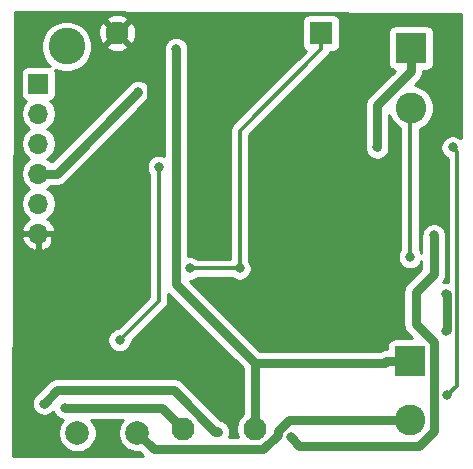
<source format=gtl>
G04 #@! TF.GenerationSoftware,KiCad,Pcbnew,5.1.7-a382d34a8~88~ubuntu18.04.1*
G04 #@! TF.CreationDate,2021-11-20T10:26:25+05:30*
G04 #@! TF.ProjectId,BackEnd_switch_Normal_v1,4261636b-456e-4645-9f73-77697463685f,rev?*
G04 #@! TF.SameCoordinates,Original*
G04 #@! TF.FileFunction,Copper,L1,Top*
G04 #@! TF.FilePolarity,Positive*
%FSLAX46Y46*%
G04 Gerber Fmt 4.6, Leading zero omitted, Abs format (unit mm)*
G04 Created by KiCad (PCBNEW 5.1.7-a382d34a8~88~ubuntu18.04.1) date 2021-11-20 10:26:25*
%MOMM*%
%LPD*%
G01*
G04 APERTURE LIST*
G04 #@! TA.AperFunction,ComponentPad*
%ADD10C,3.100000*%
G04 #@! TD*
G04 #@! TA.AperFunction,ComponentPad*
%ADD11O,1.700000X1.700000*%
G04 #@! TD*
G04 #@! TA.AperFunction,ComponentPad*
%ADD12R,1.700000X1.700000*%
G04 #@! TD*
G04 #@! TA.AperFunction,ComponentPad*
%ADD13R,1.950000X1.950000*%
G04 #@! TD*
G04 #@! TA.AperFunction,ComponentPad*
%ADD14C,1.950000*%
G04 #@! TD*
G04 #@! TA.AperFunction,ComponentPad*
%ADD15R,2.600000X2.600000*%
G04 #@! TD*
G04 #@! TA.AperFunction,ComponentPad*
%ADD16C,2.600000*%
G04 #@! TD*
G04 #@! TA.AperFunction,ComponentPad*
%ADD17C,2.000000*%
G04 #@! TD*
G04 #@! TA.AperFunction,ViaPad*
%ADD18C,0.800000*%
G04 #@! TD*
G04 #@! TA.AperFunction,Conductor*
%ADD19C,0.350000*%
G04 #@! TD*
G04 #@! TA.AperFunction,Conductor*
%ADD20C,0.800000*%
G04 #@! TD*
G04 #@! TA.AperFunction,Conductor*
%ADD21C,0.254000*%
G04 #@! TD*
G04 #@! TA.AperFunction,Conductor*
%ADD22C,0.100000*%
G04 #@! TD*
G04 APERTURE END LIST*
D10*
X117409000Y-100808000D03*
D11*
X115024000Y-116642000D03*
X115024000Y-114102000D03*
X115024000Y-111562000D03*
X115024000Y-109022000D03*
X115024000Y-106482000D03*
D12*
X115024000Y-103942000D03*
D13*
X138971000Y-99667000D03*
D14*
X127287000Y-133195000D03*
X121699000Y-99667000D03*
X133383000Y-133195000D03*
D15*
X146583000Y-100922000D03*
D16*
X146583000Y-106002000D03*
D15*
X146497000Y-127460000D03*
D16*
X146497000Y-132460000D03*
D17*
X118316000Y-133530000D03*
X123396000Y-133520000D03*
D18*
X149560280Y-121754900D03*
X150091140Y-109352080D03*
X121899680Y-125658880D03*
X125229620Y-110987840D03*
X127862100Y-119591700D03*
X132059600Y-119591700D03*
X130022400Y-129195800D03*
X149659340Y-130350260D03*
X126693500Y-101019900D03*
X123486900Y-104649400D03*
X143717200Y-109357000D03*
X148497400Y-116798300D03*
X136403080Y-133898450D03*
X115511200Y-131041520D03*
X130228340Y-133431280D03*
X149567900Y-124863860D03*
X117243170Y-131375730D03*
X146494600Y-118638900D03*
D19*
X132059600Y-119591700D02*
X127862100Y-119591700D01*
X138971000Y-99667000D02*
X138971000Y-101017300D01*
X138971000Y-101017300D02*
X132059600Y-107928700D01*
X132059600Y-107928700D02*
X132059600Y-119591700D01*
X116249300Y-116642000D02*
X124366500Y-108524800D01*
X124366500Y-108524800D02*
X124366500Y-102334500D01*
X124366500Y-102334500D02*
X121699000Y-99667000D01*
X115024000Y-116642000D02*
X116249300Y-116642000D01*
X116249300Y-122147180D02*
X122897921Y-128795801D01*
X129622401Y-128795801D02*
X130022400Y-129195800D01*
X116249300Y-116642000D02*
X116249300Y-122147180D01*
X122897921Y-128795801D02*
X129622401Y-128795801D01*
D20*
X123396000Y-133520000D02*
X124772500Y-134896500D01*
X124772500Y-134896500D02*
X134076938Y-134896500D01*
X134076938Y-134896500D02*
X135303079Y-133670359D01*
X135303079Y-133670359D02*
X135303079Y-133370449D01*
X136213528Y-132460000D02*
X146497000Y-132460000D01*
X135303079Y-133370449D02*
X136213528Y-132460000D01*
D19*
X150482300Y-129527300D02*
X149659340Y-130350260D01*
X150091140Y-109352080D02*
X150482300Y-109743240D01*
X150482300Y-109743240D02*
X150482300Y-129527300D01*
D20*
X133383000Y-127614700D02*
X126693600Y-120925300D01*
X126693600Y-120925300D02*
X126693600Y-101019900D01*
X126693600Y-101019900D02*
X126693500Y-101019900D01*
X146497000Y-127460000D02*
X144496700Y-127460000D01*
X133383000Y-133195000D02*
X133383000Y-127614700D01*
X144496700Y-127460000D02*
X144342000Y-127614700D01*
X144342000Y-127614700D02*
X133383000Y-127614700D01*
X123486900Y-104649400D02*
X116574300Y-111562000D01*
X115024000Y-111562000D02*
X116574300Y-111562000D01*
D19*
X125229620Y-122328940D02*
X121899680Y-125658880D01*
X125229620Y-110987840D02*
X125229620Y-122328940D01*
D20*
X146583000Y-100922000D02*
X146583000Y-102922300D01*
X146583000Y-102922300D02*
X143717200Y-105788100D01*
X143717200Y-105788100D02*
X143717200Y-109357000D01*
X148497400Y-133336800D02*
X147235841Y-134598359D01*
X148497400Y-120061880D02*
X146966940Y-121592340D01*
X148497400Y-125863460D02*
X148497400Y-133336800D01*
X148497400Y-116798300D02*
X148497400Y-120061880D01*
X137102989Y-134598359D02*
X136403080Y-133898450D01*
X147235841Y-134598359D02*
X137102989Y-134598359D01*
X146966940Y-124333000D02*
X148497400Y-125863460D01*
X146966940Y-121592340D02*
X146966940Y-124333000D01*
X130002282Y-133431280D02*
X130228340Y-133431280D01*
X126486922Y-129915920D02*
X130002282Y-133431280D01*
X115511200Y-131041520D02*
X116636800Y-129915920D01*
X116636800Y-129915920D02*
X126486922Y-129915920D01*
X149595840Y-121790460D02*
X149595840Y-124818140D01*
X149560280Y-121754900D02*
X149595840Y-121790460D01*
X125467730Y-131375730D02*
X127287000Y-133195000D01*
X117243170Y-131375730D02*
X125467730Y-131375730D01*
D19*
X146583000Y-106002000D02*
X146494600Y-106090400D01*
X146494600Y-106090400D02*
X146494600Y-118638900D01*
D21*
X150794430Y-98043490D02*
X150770347Y-108567576D01*
X150750914Y-108548143D01*
X150581396Y-108434875D01*
X150393038Y-108356854D01*
X150193079Y-108317080D01*
X149989201Y-108317080D01*
X149789242Y-108356854D01*
X149600884Y-108434875D01*
X149431366Y-108548143D01*
X149287203Y-108692306D01*
X149173935Y-108861824D01*
X149095914Y-109050182D01*
X149056140Y-109250141D01*
X149056140Y-109454019D01*
X149095914Y-109653978D01*
X149173935Y-109842336D01*
X149287203Y-110011854D01*
X149431366Y-110156017D01*
X149600884Y-110269285D01*
X149672300Y-110298867D01*
X149672301Y-120721905D01*
X149662219Y-120719900D01*
X149611108Y-120719900D01*
X149560280Y-120714894D01*
X149509452Y-120719900D01*
X149458341Y-120719900D01*
X149408213Y-120729871D01*
X149357385Y-120734877D01*
X149308512Y-120749703D01*
X149264684Y-120758420D01*
X149271223Y-120750453D01*
X149362134Y-120639678D01*
X149458240Y-120459874D01*
X149458241Y-120459873D01*
X149517424Y-120264775D01*
X149532400Y-120112718D01*
X149532400Y-120112709D01*
X149537406Y-120061881D01*
X149532400Y-120011053D01*
X149532400Y-116696361D01*
X149522431Y-116646243D01*
X149517424Y-116595405D01*
X149502596Y-116546523D01*
X149492626Y-116496402D01*
X149473069Y-116449187D01*
X149458241Y-116400307D01*
X149434162Y-116355258D01*
X149414605Y-116308044D01*
X149386214Y-116265554D01*
X149362134Y-116220503D01*
X149329728Y-116181016D01*
X149301337Y-116138526D01*
X149265203Y-116102392D01*
X149232796Y-116062904D01*
X149193308Y-116030497D01*
X149157174Y-115994363D01*
X149114684Y-115965972D01*
X149075197Y-115933566D01*
X149030147Y-115909486D01*
X148987656Y-115881095D01*
X148940439Y-115861537D01*
X148895392Y-115837459D01*
X148846516Y-115822632D01*
X148799298Y-115803074D01*
X148749174Y-115793104D01*
X148700294Y-115778276D01*
X148649458Y-115773269D01*
X148599339Y-115763300D01*
X148548238Y-115763300D01*
X148497400Y-115758293D01*
X148446562Y-115763300D01*
X148395461Y-115763300D01*
X148345343Y-115773269D01*
X148294505Y-115778276D01*
X148245623Y-115793104D01*
X148195502Y-115803074D01*
X148148287Y-115822631D01*
X148099407Y-115837459D01*
X148054358Y-115861538D01*
X148007144Y-115881095D01*
X147964654Y-115909486D01*
X147919603Y-115933566D01*
X147880116Y-115965972D01*
X147837626Y-115994363D01*
X147801492Y-116030497D01*
X147762004Y-116062904D01*
X147729597Y-116102392D01*
X147693463Y-116138526D01*
X147665072Y-116181016D01*
X147632666Y-116220503D01*
X147608586Y-116265553D01*
X147580195Y-116308044D01*
X147560637Y-116355261D01*
X147536559Y-116400308D01*
X147521732Y-116449184D01*
X147502174Y-116496402D01*
X147492204Y-116546526D01*
X147477376Y-116595406D01*
X147472369Y-116646242D01*
X147462400Y-116696361D01*
X147462400Y-118270791D01*
X147411805Y-118148644D01*
X147304600Y-117988200D01*
X147304600Y-107797533D01*
X147499566Y-107716775D01*
X147816491Y-107505013D01*
X148086013Y-107235491D01*
X148297775Y-106918566D01*
X148443639Y-106566419D01*
X148518000Y-106192581D01*
X148518000Y-105811419D01*
X148443639Y-105437581D01*
X148297775Y-105085434D01*
X148086013Y-104768509D01*
X147816491Y-104498987D01*
X147499566Y-104287225D01*
X147147419Y-104141361D01*
X146880703Y-104088308D01*
X147278908Y-103690103D01*
X147318396Y-103657696D01*
X147358037Y-103609393D01*
X147447734Y-103500098D01*
X147543840Y-103320294D01*
X147543841Y-103320293D01*
X147603024Y-103125195D01*
X147618000Y-102973138D01*
X147618000Y-102973129D01*
X147623006Y-102922301D01*
X147618000Y-102871473D01*
X147618000Y-102860072D01*
X147883000Y-102860072D01*
X148007482Y-102847812D01*
X148127180Y-102811502D01*
X148237494Y-102752537D01*
X148334185Y-102673185D01*
X148413537Y-102576494D01*
X148472502Y-102466180D01*
X148508812Y-102346482D01*
X148521072Y-102222000D01*
X148521072Y-99622000D01*
X148508812Y-99497518D01*
X148472502Y-99377820D01*
X148413537Y-99267506D01*
X148334185Y-99170815D01*
X148237494Y-99091463D01*
X148127180Y-99032498D01*
X148007482Y-98996188D01*
X147883000Y-98983928D01*
X145283000Y-98983928D01*
X145158518Y-98996188D01*
X145038820Y-99032498D01*
X144928506Y-99091463D01*
X144831815Y-99170815D01*
X144752463Y-99267506D01*
X144693498Y-99377820D01*
X144657188Y-99497518D01*
X144644928Y-99622000D01*
X144644928Y-102222000D01*
X144657188Y-102346482D01*
X144693498Y-102466180D01*
X144752463Y-102576494D01*
X144831815Y-102673185D01*
X144928506Y-102752537D01*
X145038820Y-102811502D01*
X145158518Y-102847812D01*
X145190616Y-102850973D01*
X143021297Y-105020293D01*
X142981804Y-105052704D01*
X142852466Y-105210303D01*
X142756359Y-105390108D01*
X142697176Y-105585206D01*
X142682200Y-105737263D01*
X142682200Y-105737272D01*
X142677194Y-105788100D01*
X142682200Y-105838928D01*
X142682201Y-109255056D01*
X142682200Y-109255061D01*
X142682200Y-109458939D01*
X142692171Y-109509067D01*
X142697177Y-109559895D01*
X142712003Y-109608768D01*
X142721974Y-109658898D01*
X142741535Y-109706122D01*
X142756360Y-109754993D01*
X142780435Y-109800034D01*
X142799995Y-109847256D01*
X142828391Y-109889753D01*
X142852467Y-109934797D01*
X142884868Y-109974278D01*
X142913263Y-110016774D01*
X142949403Y-110052914D01*
X142981805Y-110092396D01*
X143021287Y-110124798D01*
X143057426Y-110160937D01*
X143099921Y-110189331D01*
X143139404Y-110221734D01*
X143184450Y-110245812D01*
X143226944Y-110274205D01*
X143274162Y-110293763D01*
X143319208Y-110317841D01*
X143368084Y-110332668D01*
X143415302Y-110352226D01*
X143465426Y-110362196D01*
X143514306Y-110377024D01*
X143565142Y-110382031D01*
X143615261Y-110392000D01*
X143666362Y-110392000D01*
X143717200Y-110397007D01*
X143768038Y-110392000D01*
X143819139Y-110392000D01*
X143869257Y-110382031D01*
X143920095Y-110377024D01*
X143968977Y-110362196D01*
X144019098Y-110352226D01*
X144066313Y-110332669D01*
X144115193Y-110317841D01*
X144160242Y-110293762D01*
X144207456Y-110274205D01*
X144249946Y-110245814D01*
X144294997Y-110221734D01*
X144334484Y-110189328D01*
X144376974Y-110160937D01*
X144413108Y-110124803D01*
X144452596Y-110092396D01*
X144485003Y-110052908D01*
X144521137Y-110016774D01*
X144549528Y-109974284D01*
X144581934Y-109934797D01*
X144606014Y-109889746D01*
X144634405Y-109847256D01*
X144653962Y-109800042D01*
X144678041Y-109754993D01*
X144692869Y-109706113D01*
X144712426Y-109658898D01*
X144722396Y-109608777D01*
X144737224Y-109559895D01*
X144742231Y-109509057D01*
X144752200Y-109458939D01*
X144752200Y-106638457D01*
X144868225Y-106918566D01*
X145079987Y-107235491D01*
X145349509Y-107505013D01*
X145666434Y-107716775D01*
X145684600Y-107724300D01*
X145684601Y-117988199D01*
X145577395Y-118148644D01*
X145499374Y-118337002D01*
X145459600Y-118536961D01*
X145459600Y-118740839D01*
X145499374Y-118940798D01*
X145577395Y-119129156D01*
X145690663Y-119298674D01*
X145834826Y-119442837D01*
X146004344Y-119556105D01*
X146192702Y-119634126D01*
X146392661Y-119673900D01*
X146596539Y-119673900D01*
X146796498Y-119634126D01*
X146984856Y-119556105D01*
X147154374Y-119442837D01*
X147298537Y-119298674D01*
X147411805Y-119129156D01*
X147462401Y-119007008D01*
X147462401Y-119633168D01*
X146271037Y-120824533D01*
X146231544Y-120856944D01*
X146102206Y-121014543D01*
X146006099Y-121194348D01*
X145946916Y-121389446D01*
X145931940Y-121541503D01*
X145931940Y-121541512D01*
X145926934Y-121592340D01*
X145931940Y-121643168D01*
X145931941Y-124282162D01*
X145926934Y-124333000D01*
X145946917Y-124535895D01*
X146006100Y-124730993D01*
X146102206Y-124910797D01*
X146174368Y-124998726D01*
X146231545Y-125068396D01*
X146271032Y-125100802D01*
X146692158Y-125521928D01*
X145197000Y-125521928D01*
X145072518Y-125534188D01*
X144952820Y-125570498D01*
X144842506Y-125629463D01*
X144745815Y-125708815D01*
X144666463Y-125805506D01*
X144607498Y-125915820D01*
X144571188Y-126035518D01*
X144558928Y-126160000D01*
X144558928Y-126425000D01*
X144547535Y-126425000D01*
X144496700Y-126419993D01*
X144445865Y-126425000D01*
X144445862Y-126425000D01*
X144293805Y-126439976D01*
X144098707Y-126499159D01*
X143948025Y-126579700D01*
X133811711Y-126579700D01*
X127858710Y-120626700D01*
X127964039Y-120626700D01*
X128163998Y-120586926D01*
X128352356Y-120508905D01*
X128512800Y-120401700D01*
X131408900Y-120401700D01*
X131569344Y-120508905D01*
X131757702Y-120586926D01*
X131957661Y-120626700D01*
X132161539Y-120626700D01*
X132361498Y-120586926D01*
X132549856Y-120508905D01*
X132719374Y-120395637D01*
X132863537Y-120251474D01*
X132976805Y-120081956D01*
X133054826Y-119893598D01*
X133094600Y-119693639D01*
X133094600Y-119489761D01*
X133054826Y-119289802D01*
X132976805Y-119101444D01*
X132869600Y-118941000D01*
X132869600Y-108264212D01*
X139515618Y-101618195D01*
X139546528Y-101592828D01*
X139647749Y-101469489D01*
X139675328Y-101417893D01*
X139722963Y-101328774D01*
X139737736Y-101280072D01*
X139946000Y-101280072D01*
X140070482Y-101267812D01*
X140190180Y-101231502D01*
X140300494Y-101172537D01*
X140397185Y-101093185D01*
X140476537Y-100996494D01*
X140535502Y-100886180D01*
X140571812Y-100766482D01*
X140584072Y-100642000D01*
X140584072Y-98692000D01*
X140571812Y-98567518D01*
X140535502Y-98447820D01*
X140476537Y-98337506D01*
X140397185Y-98240815D01*
X140300494Y-98161463D01*
X140190180Y-98102498D01*
X140070482Y-98066188D01*
X139946000Y-98053928D01*
X137996000Y-98053928D01*
X137871518Y-98066188D01*
X137751820Y-98102498D01*
X137641506Y-98161463D01*
X137544815Y-98240815D01*
X137465463Y-98337506D01*
X137406498Y-98447820D01*
X137370188Y-98567518D01*
X137357928Y-98692000D01*
X137357928Y-100642000D01*
X137370188Y-100766482D01*
X137406498Y-100886180D01*
X137465463Y-100996494D01*
X137544815Y-101093185D01*
X137641506Y-101172537D01*
X137660238Y-101182549D01*
X131514988Y-107327800D01*
X131484072Y-107353172D01*
X131422145Y-107428632D01*
X131382851Y-107476511D01*
X131367617Y-107505013D01*
X131307637Y-107617228D01*
X131261320Y-107769913D01*
X131251608Y-107868525D01*
X131245681Y-107928700D01*
X131249600Y-107968488D01*
X131249601Y-118781700D01*
X128512800Y-118781700D01*
X128352356Y-118674495D01*
X128163998Y-118596474D01*
X127964039Y-118556700D01*
X127760161Y-118556700D01*
X127728600Y-118562978D01*
X127728600Y-101070738D01*
X127733607Y-101019900D01*
X127728500Y-100968047D01*
X127728500Y-100917961D01*
X127718729Y-100868839D01*
X127713624Y-100817005D01*
X127698505Y-100767165D01*
X127688726Y-100718002D01*
X127669542Y-100671689D01*
X127654441Y-100621907D01*
X127629917Y-100576026D01*
X127610705Y-100529644D01*
X127582814Y-100487902D01*
X127558334Y-100442103D01*
X127525389Y-100401960D01*
X127497437Y-100360126D01*
X127461860Y-100324549D01*
X127428996Y-100284504D01*
X127388951Y-100251640D01*
X127353274Y-100215963D01*
X127311323Y-100187932D01*
X127271397Y-100155166D01*
X127225846Y-100130818D01*
X127183756Y-100102695D01*
X127136987Y-100083322D01*
X127091593Y-100059059D01*
X127042339Y-100044118D01*
X126995398Y-100024674D01*
X126945568Y-100014762D01*
X126896495Y-99999876D01*
X126845459Y-99994849D01*
X126795439Y-99984900D01*
X126744438Y-99984900D01*
X126693600Y-99979893D01*
X126642762Y-99984900D01*
X126591561Y-99984900D01*
X126541443Y-99994869D01*
X126490605Y-99999876D01*
X126441723Y-100014704D01*
X126391602Y-100024674D01*
X126344387Y-100044231D01*
X126295507Y-100059059D01*
X126250458Y-100083138D01*
X126203244Y-100102695D01*
X126160754Y-100131086D01*
X126115703Y-100155166D01*
X126076216Y-100187572D01*
X126033726Y-100215963D01*
X125997592Y-100252097D01*
X125958104Y-100284504D01*
X125925697Y-100323992D01*
X125889563Y-100360126D01*
X125861172Y-100402616D01*
X125828766Y-100442103D01*
X125804686Y-100487154D01*
X125776295Y-100529644D01*
X125756738Y-100576858D01*
X125732659Y-100621907D01*
X125717831Y-100670787D01*
X125698274Y-100718002D01*
X125688304Y-100768123D01*
X125673476Y-100817005D01*
X125668469Y-100867843D01*
X125658500Y-100917961D01*
X125658500Y-100969062D01*
X125653493Y-101019900D01*
X125658500Y-101070738D01*
X125658500Y-101121839D01*
X125658601Y-101122347D01*
X125658601Y-110045254D01*
X125531518Y-109992614D01*
X125331559Y-109952840D01*
X125127681Y-109952840D01*
X124927722Y-109992614D01*
X124739364Y-110070635D01*
X124569846Y-110183903D01*
X124425683Y-110328066D01*
X124312415Y-110497584D01*
X124234394Y-110685942D01*
X124194620Y-110885901D01*
X124194620Y-111089779D01*
X124234394Y-111289738D01*
X124312415Y-111478096D01*
X124419620Y-111638540D01*
X124419621Y-121993426D01*
X121787039Y-124626009D01*
X121597782Y-124663654D01*
X121409424Y-124741675D01*
X121239906Y-124854943D01*
X121095743Y-124999106D01*
X120982475Y-125168624D01*
X120904454Y-125356982D01*
X120864680Y-125556941D01*
X120864680Y-125760819D01*
X120904454Y-125960778D01*
X120982475Y-126149136D01*
X121095743Y-126318654D01*
X121239906Y-126462817D01*
X121409424Y-126576085D01*
X121597782Y-126654106D01*
X121797741Y-126693880D01*
X122001619Y-126693880D01*
X122201578Y-126654106D01*
X122389936Y-126576085D01*
X122559454Y-126462817D01*
X122703617Y-126318654D01*
X122816885Y-126149136D01*
X122894906Y-125960778D01*
X122932551Y-125771521D01*
X125774238Y-122929835D01*
X125805148Y-122904468D01*
X125860739Y-122836730D01*
X125906369Y-122781130D01*
X125981582Y-122640414D01*
X125981583Y-122640413D01*
X126027900Y-122487728D01*
X126039620Y-122368731D01*
X126039620Y-122368729D01*
X126043539Y-122328941D01*
X126039620Y-122289153D01*
X126039620Y-121735030D01*
X132348001Y-128043412D01*
X132348000Y-131953116D01*
X132132431Y-132168685D01*
X131956237Y-132432379D01*
X131834871Y-132725380D01*
X131773000Y-133036429D01*
X131773000Y-133353571D01*
X131834871Y-133664620D01*
X131916422Y-133861500D01*
X131171955Y-133861500D01*
X131189181Y-133829273D01*
X131204009Y-133780393D01*
X131223566Y-133733178D01*
X131233536Y-133683057D01*
X131248364Y-133634175D01*
X131253371Y-133583337D01*
X131263340Y-133533219D01*
X131263340Y-133482118D01*
X131268347Y-133431280D01*
X131263340Y-133380442D01*
X131263340Y-133329341D01*
X131253371Y-133279223D01*
X131248364Y-133228385D01*
X131233536Y-133179503D01*
X131223566Y-133129382D01*
X131204009Y-133082167D01*
X131189181Y-133033287D01*
X131165102Y-132988238D01*
X131145545Y-132941024D01*
X131117154Y-132898534D01*
X131093074Y-132853483D01*
X131060668Y-132813996D01*
X131032277Y-132771506D01*
X130996143Y-132735372D01*
X130963736Y-132695884D01*
X130924248Y-132663477D01*
X130888114Y-132627343D01*
X130845624Y-132598952D01*
X130806137Y-132566546D01*
X130761086Y-132542466D01*
X130718596Y-132514075D01*
X130671382Y-132494518D01*
X130626333Y-132470439D01*
X130577453Y-132455611D01*
X130530238Y-132436054D01*
X130480117Y-132426084D01*
X130452385Y-132417672D01*
X127254729Y-129220017D01*
X127222318Y-129180524D01*
X127064719Y-129051186D01*
X126884915Y-128955079D01*
X126689817Y-128895896D01*
X126537760Y-128880920D01*
X126537750Y-128880920D01*
X126486922Y-128875914D01*
X126436094Y-128880920D01*
X116687635Y-128880920D01*
X116636800Y-128875913D01*
X116585965Y-128880920D01*
X116585962Y-128880920D01*
X116433905Y-128895896D01*
X116238807Y-128955079D01*
X116155109Y-128999816D01*
X116059002Y-129051186D01*
X115940892Y-129148117D01*
X115901404Y-129180524D01*
X115868997Y-129220012D01*
X114851429Y-130237581D01*
X114851426Y-130237583D01*
X114707263Y-130381746D01*
X114678871Y-130424237D01*
X114646466Y-130463723D01*
X114622387Y-130508772D01*
X114593995Y-130551264D01*
X114574436Y-130598484D01*
X114550360Y-130643527D01*
X114535535Y-130692398D01*
X114515974Y-130739622D01*
X114506003Y-130789752D01*
X114491177Y-130838625D01*
X114486171Y-130889453D01*
X114476200Y-130939581D01*
X114476200Y-130990692D01*
X114471194Y-131041520D01*
X114476200Y-131092348D01*
X114476200Y-131143459D01*
X114486171Y-131193587D01*
X114491177Y-131244415D01*
X114506003Y-131293288D01*
X114515974Y-131343418D01*
X114535535Y-131390642D01*
X114550360Y-131439513D01*
X114574436Y-131484556D01*
X114593995Y-131531776D01*
X114622387Y-131574268D01*
X114646466Y-131619317D01*
X114678872Y-131658804D01*
X114707263Y-131701294D01*
X114743397Y-131737428D01*
X114775804Y-131776916D01*
X114815292Y-131809323D01*
X114851426Y-131845457D01*
X114893916Y-131873848D01*
X114933403Y-131906254D01*
X114978452Y-131930333D01*
X115020944Y-131958725D01*
X115068164Y-131978284D01*
X115113207Y-132002360D01*
X115162078Y-132017185D01*
X115209302Y-132036746D01*
X115259432Y-132046717D01*
X115308305Y-132061543D01*
X115359133Y-132066549D01*
X115409261Y-132076520D01*
X115460372Y-132076520D01*
X115511200Y-132081526D01*
X115562028Y-132076520D01*
X115613139Y-132076520D01*
X115663267Y-132066549D01*
X115714095Y-132061543D01*
X115762968Y-132046717D01*
X115813098Y-132036746D01*
X115860322Y-132017185D01*
X115909193Y-132002360D01*
X115954236Y-131978284D01*
X116001456Y-131958725D01*
X116043948Y-131930333D01*
X116088997Y-131906254D01*
X116128483Y-131873849D01*
X116170974Y-131845457D01*
X116273107Y-131743324D01*
X116282329Y-131773723D01*
X116306408Y-131818772D01*
X116325965Y-131865986D01*
X116354356Y-131908476D01*
X116378436Y-131953527D01*
X116410842Y-131993014D01*
X116439233Y-132035504D01*
X116475366Y-132071637D01*
X116507774Y-132111126D01*
X116547262Y-132143533D01*
X116583396Y-132179667D01*
X116625886Y-132208058D01*
X116665373Y-132240464D01*
X116710424Y-132264544D01*
X116752914Y-132292935D01*
X116800128Y-132312492D01*
X116845177Y-132336571D01*
X116894057Y-132351399D01*
X116941272Y-132370956D01*
X116991393Y-132380926D01*
X117040275Y-132395754D01*
X117091113Y-132400761D01*
X117126051Y-132407710D01*
X117046013Y-132487748D01*
X116867082Y-132755537D01*
X116743832Y-133053088D01*
X116681000Y-133368967D01*
X116681000Y-133691033D01*
X116743832Y-134006912D01*
X116867082Y-134304463D01*
X117046013Y-134572252D01*
X117273748Y-134799987D01*
X117541537Y-134978918D01*
X117839088Y-135102168D01*
X118154967Y-135165000D01*
X118477033Y-135165000D01*
X118792912Y-135102168D01*
X119090463Y-134978918D01*
X119358252Y-134799987D01*
X119585987Y-134572252D01*
X119764918Y-134304463D01*
X119888168Y-134006912D01*
X119951000Y-133691033D01*
X119951000Y-133368967D01*
X119888168Y-133053088D01*
X119764918Y-132755537D01*
X119585987Y-132487748D01*
X119508969Y-132410730D01*
X122193031Y-132410730D01*
X122126013Y-132477748D01*
X121947082Y-132745537D01*
X121823832Y-133043088D01*
X121761000Y-133358967D01*
X121761000Y-133681033D01*
X121823832Y-133996912D01*
X121947082Y-134294463D01*
X122126013Y-134562252D01*
X122353748Y-134789987D01*
X122621537Y-134968918D01*
X122919088Y-135092168D01*
X123234967Y-135155000D01*
X123557033Y-135155000D01*
X123565588Y-135153298D01*
X123918284Y-135505995D01*
X112858014Y-135496411D01*
X112964713Y-116998890D01*
X113582524Y-116998890D01*
X113627175Y-117146099D01*
X113752359Y-117408920D01*
X113926412Y-117642269D01*
X114142645Y-117837178D01*
X114392748Y-117986157D01*
X114667109Y-118083481D01*
X114897000Y-117962814D01*
X114897000Y-116769000D01*
X115151000Y-116769000D01*
X115151000Y-117962814D01*
X115380891Y-118083481D01*
X115655252Y-117986157D01*
X115905355Y-117837178D01*
X116121588Y-117642269D01*
X116295641Y-117408920D01*
X116420825Y-117146099D01*
X116465476Y-116998890D01*
X116344155Y-116769000D01*
X115151000Y-116769000D01*
X114897000Y-116769000D01*
X113703845Y-116769000D01*
X113582524Y-116998890D01*
X112964713Y-116998890D01*
X113044933Y-103092000D01*
X113535928Y-103092000D01*
X113535928Y-104792000D01*
X113548188Y-104916482D01*
X113584498Y-105036180D01*
X113643463Y-105146494D01*
X113722815Y-105243185D01*
X113819506Y-105322537D01*
X113929820Y-105381502D01*
X114002380Y-105403513D01*
X113870525Y-105535368D01*
X113708010Y-105778589D01*
X113596068Y-106048842D01*
X113539000Y-106335740D01*
X113539000Y-106628260D01*
X113596068Y-106915158D01*
X113708010Y-107185411D01*
X113870525Y-107428632D01*
X114077368Y-107635475D01*
X114251760Y-107752000D01*
X114077368Y-107868525D01*
X113870525Y-108075368D01*
X113708010Y-108318589D01*
X113596068Y-108588842D01*
X113539000Y-108875740D01*
X113539000Y-109168260D01*
X113596068Y-109455158D01*
X113708010Y-109725411D01*
X113870525Y-109968632D01*
X114077368Y-110175475D01*
X114251760Y-110292000D01*
X114077368Y-110408525D01*
X113870525Y-110615368D01*
X113708010Y-110858589D01*
X113596068Y-111128842D01*
X113539000Y-111415740D01*
X113539000Y-111708260D01*
X113596068Y-111995158D01*
X113708010Y-112265411D01*
X113870525Y-112508632D01*
X114077368Y-112715475D01*
X114251760Y-112832000D01*
X114077368Y-112948525D01*
X113870525Y-113155368D01*
X113708010Y-113398589D01*
X113596068Y-113668842D01*
X113539000Y-113955740D01*
X113539000Y-114248260D01*
X113596068Y-114535158D01*
X113708010Y-114805411D01*
X113870525Y-115048632D01*
X114077368Y-115255475D01*
X114259534Y-115377195D01*
X114142645Y-115446822D01*
X113926412Y-115641731D01*
X113752359Y-115875080D01*
X113627175Y-116137901D01*
X113582524Y-116285110D01*
X113703845Y-116515000D01*
X114897000Y-116515000D01*
X114897000Y-116495000D01*
X115151000Y-116495000D01*
X115151000Y-116515000D01*
X116344155Y-116515000D01*
X116465476Y-116285110D01*
X116420825Y-116137901D01*
X116295641Y-115875080D01*
X116121588Y-115641731D01*
X115905355Y-115446822D01*
X115788466Y-115377195D01*
X115970632Y-115255475D01*
X116177475Y-115048632D01*
X116339990Y-114805411D01*
X116451932Y-114535158D01*
X116509000Y-114248260D01*
X116509000Y-113955740D01*
X116451932Y-113668842D01*
X116339990Y-113398589D01*
X116177475Y-113155368D01*
X115970632Y-112948525D01*
X115796240Y-112832000D01*
X115970632Y-112715475D01*
X116089107Y-112597000D01*
X116523472Y-112597000D01*
X116574300Y-112602006D01*
X116625128Y-112597000D01*
X116625138Y-112597000D01*
X116777195Y-112582024D01*
X116972293Y-112522841D01*
X117152097Y-112426734D01*
X117309696Y-112297396D01*
X117342107Y-112257903D01*
X124254703Y-105345308D01*
X124290837Y-105309174D01*
X124319225Y-105266688D01*
X124351634Y-105227198D01*
X124375716Y-105182144D01*
X124404105Y-105139656D01*
X124423662Y-105092441D01*
X124447740Y-105047394D01*
X124462566Y-104998520D01*
X124482126Y-104951298D01*
X124492097Y-104901168D01*
X124506923Y-104852295D01*
X124511930Y-104801464D01*
X124521900Y-104751339D01*
X124521900Y-104700235D01*
X124526907Y-104649400D01*
X124521900Y-104598565D01*
X124521900Y-104547461D01*
X124511930Y-104497336D01*
X124506923Y-104446505D01*
X124492097Y-104397632D01*
X124482126Y-104347502D01*
X124462565Y-104300278D01*
X124447740Y-104251407D01*
X124423664Y-104206364D01*
X124404105Y-104159144D01*
X124375713Y-104116652D01*
X124351634Y-104071603D01*
X124319228Y-104032116D01*
X124290837Y-103989626D01*
X124254703Y-103953492D01*
X124222296Y-103914004D01*
X124182808Y-103881597D01*
X124146674Y-103845463D01*
X124104184Y-103817072D01*
X124064697Y-103784666D01*
X124019648Y-103760587D01*
X123977156Y-103732195D01*
X123929936Y-103712636D01*
X123884893Y-103688560D01*
X123836022Y-103673735D01*
X123788798Y-103654174D01*
X123738668Y-103644203D01*
X123689795Y-103629377D01*
X123638964Y-103624370D01*
X123588839Y-103614400D01*
X123537735Y-103614400D01*
X123486900Y-103609393D01*
X123436065Y-103614400D01*
X123384961Y-103614400D01*
X123334836Y-103624370D01*
X123284005Y-103629377D01*
X123235132Y-103644203D01*
X123185002Y-103654174D01*
X123137780Y-103673734D01*
X123088906Y-103688560D01*
X123043859Y-103712638D01*
X122996644Y-103732195D01*
X122954156Y-103760584D01*
X122909102Y-103784666D01*
X122869612Y-103817075D01*
X122827126Y-103845463D01*
X122790992Y-103881597D01*
X116145590Y-110527000D01*
X116089107Y-110527000D01*
X115970632Y-110408525D01*
X115796240Y-110292000D01*
X115970632Y-110175475D01*
X116177475Y-109968632D01*
X116339990Y-109725411D01*
X116451932Y-109455158D01*
X116509000Y-109168260D01*
X116509000Y-108875740D01*
X116451932Y-108588842D01*
X116339990Y-108318589D01*
X116177475Y-108075368D01*
X115970632Y-107868525D01*
X115796240Y-107752000D01*
X115970632Y-107635475D01*
X116177475Y-107428632D01*
X116339990Y-107185411D01*
X116451932Y-106915158D01*
X116509000Y-106628260D01*
X116509000Y-106335740D01*
X116451932Y-106048842D01*
X116339990Y-105778589D01*
X116177475Y-105535368D01*
X116045620Y-105403513D01*
X116118180Y-105381502D01*
X116228494Y-105322537D01*
X116325185Y-105243185D01*
X116404537Y-105146494D01*
X116463502Y-105036180D01*
X116499812Y-104916482D01*
X116512072Y-104792000D01*
X116512072Y-103092000D01*
X116499812Y-102967518D01*
X116463502Y-102847820D01*
X116417896Y-102762498D01*
X116771659Y-102909031D01*
X117193796Y-102993000D01*
X117624204Y-102993000D01*
X118046341Y-102909031D01*
X118443985Y-102744322D01*
X118801856Y-102505200D01*
X119106200Y-102200856D01*
X119345322Y-101842985D01*
X119510031Y-101445341D01*
X119594000Y-101023204D01*
X119594000Y-100784584D01*
X120761021Y-100784584D01*
X120853766Y-101046429D01*
X121139120Y-101184820D01*
X121445990Y-101264883D01*
X121762584Y-101283540D01*
X122076733Y-101240074D01*
X122376367Y-101136156D01*
X122544234Y-101046429D01*
X122636979Y-100784584D01*
X121699000Y-99846605D01*
X120761021Y-100784584D01*
X119594000Y-100784584D01*
X119594000Y-100592796D01*
X119510031Y-100170659D01*
X119345322Y-99773015D01*
X119316971Y-99730584D01*
X120082460Y-99730584D01*
X120125926Y-100044733D01*
X120229844Y-100344367D01*
X120319571Y-100512234D01*
X120581416Y-100604979D01*
X121519395Y-99667000D01*
X121878605Y-99667000D01*
X122816584Y-100604979D01*
X123078429Y-100512234D01*
X123216820Y-100226880D01*
X123296883Y-99920010D01*
X123315540Y-99603416D01*
X123272074Y-99289267D01*
X123168156Y-98989633D01*
X123078429Y-98821766D01*
X122816584Y-98729021D01*
X121878605Y-99667000D01*
X121519395Y-99667000D01*
X120581416Y-98729021D01*
X120319571Y-98821766D01*
X120181180Y-99107120D01*
X120101117Y-99413990D01*
X120082460Y-99730584D01*
X119316971Y-99730584D01*
X119106200Y-99415144D01*
X118801856Y-99110800D01*
X118443985Y-98871678D01*
X118046341Y-98706969D01*
X117624204Y-98623000D01*
X117193796Y-98623000D01*
X116771659Y-98706969D01*
X116374015Y-98871678D01*
X116016144Y-99110800D01*
X115711800Y-99415144D01*
X115472678Y-99773015D01*
X115307969Y-100170659D01*
X115224000Y-100592796D01*
X115224000Y-101023204D01*
X115307969Y-101445341D01*
X115472678Y-101842985D01*
X115711800Y-102200856D01*
X115974800Y-102463856D01*
X115874000Y-102453928D01*
X114174000Y-102453928D01*
X114049518Y-102466188D01*
X113929820Y-102502498D01*
X113819506Y-102561463D01*
X113722815Y-102640815D01*
X113643463Y-102737506D01*
X113584498Y-102847820D01*
X113548188Y-102967518D01*
X113535928Y-103092000D01*
X113044933Y-103092000D01*
X113071136Y-98549416D01*
X120761021Y-98549416D01*
X121699000Y-99487395D01*
X122636979Y-98549416D01*
X122544234Y-98287571D01*
X122258880Y-98149180D01*
X121952010Y-98069117D01*
X121635416Y-98050460D01*
X121321267Y-98093926D01*
X121021633Y-98197844D01*
X120853766Y-98287571D01*
X120761021Y-98549416D01*
X113071136Y-98549416D01*
X113074928Y-97892077D01*
X150794430Y-98043490D01*
G04 #@! TA.AperFunction,Conductor*
D22*
G36*
X150794430Y-98043490D02*
G01*
X150770347Y-108567576D01*
X150750914Y-108548143D01*
X150581396Y-108434875D01*
X150393038Y-108356854D01*
X150193079Y-108317080D01*
X149989201Y-108317080D01*
X149789242Y-108356854D01*
X149600884Y-108434875D01*
X149431366Y-108548143D01*
X149287203Y-108692306D01*
X149173935Y-108861824D01*
X149095914Y-109050182D01*
X149056140Y-109250141D01*
X149056140Y-109454019D01*
X149095914Y-109653978D01*
X149173935Y-109842336D01*
X149287203Y-110011854D01*
X149431366Y-110156017D01*
X149600884Y-110269285D01*
X149672300Y-110298867D01*
X149672301Y-120721905D01*
X149662219Y-120719900D01*
X149611108Y-120719900D01*
X149560280Y-120714894D01*
X149509452Y-120719900D01*
X149458341Y-120719900D01*
X149408213Y-120729871D01*
X149357385Y-120734877D01*
X149308512Y-120749703D01*
X149264684Y-120758420D01*
X149271223Y-120750453D01*
X149362134Y-120639678D01*
X149458240Y-120459874D01*
X149458241Y-120459873D01*
X149517424Y-120264775D01*
X149532400Y-120112718D01*
X149532400Y-120112709D01*
X149537406Y-120061881D01*
X149532400Y-120011053D01*
X149532400Y-116696361D01*
X149522431Y-116646243D01*
X149517424Y-116595405D01*
X149502596Y-116546523D01*
X149492626Y-116496402D01*
X149473069Y-116449187D01*
X149458241Y-116400307D01*
X149434162Y-116355258D01*
X149414605Y-116308044D01*
X149386214Y-116265554D01*
X149362134Y-116220503D01*
X149329728Y-116181016D01*
X149301337Y-116138526D01*
X149265203Y-116102392D01*
X149232796Y-116062904D01*
X149193308Y-116030497D01*
X149157174Y-115994363D01*
X149114684Y-115965972D01*
X149075197Y-115933566D01*
X149030147Y-115909486D01*
X148987656Y-115881095D01*
X148940439Y-115861537D01*
X148895392Y-115837459D01*
X148846516Y-115822632D01*
X148799298Y-115803074D01*
X148749174Y-115793104D01*
X148700294Y-115778276D01*
X148649458Y-115773269D01*
X148599339Y-115763300D01*
X148548238Y-115763300D01*
X148497400Y-115758293D01*
X148446562Y-115763300D01*
X148395461Y-115763300D01*
X148345343Y-115773269D01*
X148294505Y-115778276D01*
X148245623Y-115793104D01*
X148195502Y-115803074D01*
X148148287Y-115822631D01*
X148099407Y-115837459D01*
X148054358Y-115861538D01*
X148007144Y-115881095D01*
X147964654Y-115909486D01*
X147919603Y-115933566D01*
X147880116Y-115965972D01*
X147837626Y-115994363D01*
X147801492Y-116030497D01*
X147762004Y-116062904D01*
X147729597Y-116102392D01*
X147693463Y-116138526D01*
X147665072Y-116181016D01*
X147632666Y-116220503D01*
X147608586Y-116265553D01*
X147580195Y-116308044D01*
X147560637Y-116355261D01*
X147536559Y-116400308D01*
X147521732Y-116449184D01*
X147502174Y-116496402D01*
X147492204Y-116546526D01*
X147477376Y-116595406D01*
X147472369Y-116646242D01*
X147462400Y-116696361D01*
X147462400Y-118270791D01*
X147411805Y-118148644D01*
X147304600Y-117988200D01*
X147304600Y-107797533D01*
X147499566Y-107716775D01*
X147816491Y-107505013D01*
X148086013Y-107235491D01*
X148297775Y-106918566D01*
X148443639Y-106566419D01*
X148518000Y-106192581D01*
X148518000Y-105811419D01*
X148443639Y-105437581D01*
X148297775Y-105085434D01*
X148086013Y-104768509D01*
X147816491Y-104498987D01*
X147499566Y-104287225D01*
X147147419Y-104141361D01*
X146880703Y-104088308D01*
X147278908Y-103690103D01*
X147318396Y-103657696D01*
X147358037Y-103609393D01*
X147447734Y-103500098D01*
X147543840Y-103320294D01*
X147543841Y-103320293D01*
X147603024Y-103125195D01*
X147618000Y-102973138D01*
X147618000Y-102973129D01*
X147623006Y-102922301D01*
X147618000Y-102871473D01*
X147618000Y-102860072D01*
X147883000Y-102860072D01*
X148007482Y-102847812D01*
X148127180Y-102811502D01*
X148237494Y-102752537D01*
X148334185Y-102673185D01*
X148413537Y-102576494D01*
X148472502Y-102466180D01*
X148508812Y-102346482D01*
X148521072Y-102222000D01*
X148521072Y-99622000D01*
X148508812Y-99497518D01*
X148472502Y-99377820D01*
X148413537Y-99267506D01*
X148334185Y-99170815D01*
X148237494Y-99091463D01*
X148127180Y-99032498D01*
X148007482Y-98996188D01*
X147883000Y-98983928D01*
X145283000Y-98983928D01*
X145158518Y-98996188D01*
X145038820Y-99032498D01*
X144928506Y-99091463D01*
X144831815Y-99170815D01*
X144752463Y-99267506D01*
X144693498Y-99377820D01*
X144657188Y-99497518D01*
X144644928Y-99622000D01*
X144644928Y-102222000D01*
X144657188Y-102346482D01*
X144693498Y-102466180D01*
X144752463Y-102576494D01*
X144831815Y-102673185D01*
X144928506Y-102752537D01*
X145038820Y-102811502D01*
X145158518Y-102847812D01*
X145190616Y-102850973D01*
X143021297Y-105020293D01*
X142981804Y-105052704D01*
X142852466Y-105210303D01*
X142756359Y-105390108D01*
X142697176Y-105585206D01*
X142682200Y-105737263D01*
X142682200Y-105737272D01*
X142677194Y-105788100D01*
X142682200Y-105838928D01*
X142682201Y-109255056D01*
X142682200Y-109255061D01*
X142682200Y-109458939D01*
X142692171Y-109509067D01*
X142697177Y-109559895D01*
X142712003Y-109608768D01*
X142721974Y-109658898D01*
X142741535Y-109706122D01*
X142756360Y-109754993D01*
X142780435Y-109800034D01*
X142799995Y-109847256D01*
X142828391Y-109889753D01*
X142852467Y-109934797D01*
X142884868Y-109974278D01*
X142913263Y-110016774D01*
X142949403Y-110052914D01*
X142981805Y-110092396D01*
X143021287Y-110124798D01*
X143057426Y-110160937D01*
X143099921Y-110189331D01*
X143139404Y-110221734D01*
X143184450Y-110245812D01*
X143226944Y-110274205D01*
X143274162Y-110293763D01*
X143319208Y-110317841D01*
X143368084Y-110332668D01*
X143415302Y-110352226D01*
X143465426Y-110362196D01*
X143514306Y-110377024D01*
X143565142Y-110382031D01*
X143615261Y-110392000D01*
X143666362Y-110392000D01*
X143717200Y-110397007D01*
X143768038Y-110392000D01*
X143819139Y-110392000D01*
X143869257Y-110382031D01*
X143920095Y-110377024D01*
X143968977Y-110362196D01*
X144019098Y-110352226D01*
X144066313Y-110332669D01*
X144115193Y-110317841D01*
X144160242Y-110293762D01*
X144207456Y-110274205D01*
X144249946Y-110245814D01*
X144294997Y-110221734D01*
X144334484Y-110189328D01*
X144376974Y-110160937D01*
X144413108Y-110124803D01*
X144452596Y-110092396D01*
X144485003Y-110052908D01*
X144521137Y-110016774D01*
X144549528Y-109974284D01*
X144581934Y-109934797D01*
X144606014Y-109889746D01*
X144634405Y-109847256D01*
X144653962Y-109800042D01*
X144678041Y-109754993D01*
X144692869Y-109706113D01*
X144712426Y-109658898D01*
X144722396Y-109608777D01*
X144737224Y-109559895D01*
X144742231Y-109509057D01*
X144752200Y-109458939D01*
X144752200Y-106638457D01*
X144868225Y-106918566D01*
X145079987Y-107235491D01*
X145349509Y-107505013D01*
X145666434Y-107716775D01*
X145684600Y-107724300D01*
X145684601Y-117988199D01*
X145577395Y-118148644D01*
X145499374Y-118337002D01*
X145459600Y-118536961D01*
X145459600Y-118740839D01*
X145499374Y-118940798D01*
X145577395Y-119129156D01*
X145690663Y-119298674D01*
X145834826Y-119442837D01*
X146004344Y-119556105D01*
X146192702Y-119634126D01*
X146392661Y-119673900D01*
X146596539Y-119673900D01*
X146796498Y-119634126D01*
X146984856Y-119556105D01*
X147154374Y-119442837D01*
X147298537Y-119298674D01*
X147411805Y-119129156D01*
X147462401Y-119007008D01*
X147462401Y-119633168D01*
X146271037Y-120824533D01*
X146231544Y-120856944D01*
X146102206Y-121014543D01*
X146006099Y-121194348D01*
X145946916Y-121389446D01*
X145931940Y-121541503D01*
X145931940Y-121541512D01*
X145926934Y-121592340D01*
X145931940Y-121643168D01*
X145931941Y-124282162D01*
X145926934Y-124333000D01*
X145946917Y-124535895D01*
X146006100Y-124730993D01*
X146102206Y-124910797D01*
X146174368Y-124998726D01*
X146231545Y-125068396D01*
X146271032Y-125100802D01*
X146692158Y-125521928D01*
X145197000Y-125521928D01*
X145072518Y-125534188D01*
X144952820Y-125570498D01*
X144842506Y-125629463D01*
X144745815Y-125708815D01*
X144666463Y-125805506D01*
X144607498Y-125915820D01*
X144571188Y-126035518D01*
X144558928Y-126160000D01*
X144558928Y-126425000D01*
X144547535Y-126425000D01*
X144496700Y-126419993D01*
X144445865Y-126425000D01*
X144445862Y-126425000D01*
X144293805Y-126439976D01*
X144098707Y-126499159D01*
X143948025Y-126579700D01*
X133811711Y-126579700D01*
X127858710Y-120626700D01*
X127964039Y-120626700D01*
X128163998Y-120586926D01*
X128352356Y-120508905D01*
X128512800Y-120401700D01*
X131408900Y-120401700D01*
X131569344Y-120508905D01*
X131757702Y-120586926D01*
X131957661Y-120626700D01*
X132161539Y-120626700D01*
X132361498Y-120586926D01*
X132549856Y-120508905D01*
X132719374Y-120395637D01*
X132863537Y-120251474D01*
X132976805Y-120081956D01*
X133054826Y-119893598D01*
X133094600Y-119693639D01*
X133094600Y-119489761D01*
X133054826Y-119289802D01*
X132976805Y-119101444D01*
X132869600Y-118941000D01*
X132869600Y-108264212D01*
X139515618Y-101618195D01*
X139546528Y-101592828D01*
X139647749Y-101469489D01*
X139675328Y-101417893D01*
X139722963Y-101328774D01*
X139737736Y-101280072D01*
X139946000Y-101280072D01*
X140070482Y-101267812D01*
X140190180Y-101231502D01*
X140300494Y-101172537D01*
X140397185Y-101093185D01*
X140476537Y-100996494D01*
X140535502Y-100886180D01*
X140571812Y-100766482D01*
X140584072Y-100642000D01*
X140584072Y-98692000D01*
X140571812Y-98567518D01*
X140535502Y-98447820D01*
X140476537Y-98337506D01*
X140397185Y-98240815D01*
X140300494Y-98161463D01*
X140190180Y-98102498D01*
X140070482Y-98066188D01*
X139946000Y-98053928D01*
X137996000Y-98053928D01*
X137871518Y-98066188D01*
X137751820Y-98102498D01*
X137641506Y-98161463D01*
X137544815Y-98240815D01*
X137465463Y-98337506D01*
X137406498Y-98447820D01*
X137370188Y-98567518D01*
X137357928Y-98692000D01*
X137357928Y-100642000D01*
X137370188Y-100766482D01*
X137406498Y-100886180D01*
X137465463Y-100996494D01*
X137544815Y-101093185D01*
X137641506Y-101172537D01*
X137660238Y-101182549D01*
X131514988Y-107327800D01*
X131484072Y-107353172D01*
X131422145Y-107428632D01*
X131382851Y-107476511D01*
X131367617Y-107505013D01*
X131307637Y-107617228D01*
X131261320Y-107769913D01*
X131251608Y-107868525D01*
X131245681Y-107928700D01*
X131249600Y-107968488D01*
X131249601Y-118781700D01*
X128512800Y-118781700D01*
X128352356Y-118674495D01*
X128163998Y-118596474D01*
X127964039Y-118556700D01*
X127760161Y-118556700D01*
X127728600Y-118562978D01*
X127728600Y-101070738D01*
X127733607Y-101019900D01*
X127728500Y-100968047D01*
X127728500Y-100917961D01*
X127718729Y-100868839D01*
X127713624Y-100817005D01*
X127698505Y-100767165D01*
X127688726Y-100718002D01*
X127669542Y-100671689D01*
X127654441Y-100621907D01*
X127629917Y-100576026D01*
X127610705Y-100529644D01*
X127582814Y-100487902D01*
X127558334Y-100442103D01*
X127525389Y-100401960D01*
X127497437Y-100360126D01*
X127461860Y-100324549D01*
X127428996Y-100284504D01*
X127388951Y-100251640D01*
X127353274Y-100215963D01*
X127311323Y-100187932D01*
X127271397Y-100155166D01*
X127225846Y-100130818D01*
X127183756Y-100102695D01*
X127136987Y-100083322D01*
X127091593Y-100059059D01*
X127042339Y-100044118D01*
X126995398Y-100024674D01*
X126945568Y-100014762D01*
X126896495Y-99999876D01*
X126845459Y-99994849D01*
X126795439Y-99984900D01*
X126744438Y-99984900D01*
X126693600Y-99979893D01*
X126642762Y-99984900D01*
X126591561Y-99984900D01*
X126541443Y-99994869D01*
X126490605Y-99999876D01*
X126441723Y-100014704D01*
X126391602Y-100024674D01*
X126344387Y-100044231D01*
X126295507Y-100059059D01*
X126250458Y-100083138D01*
X126203244Y-100102695D01*
X126160754Y-100131086D01*
X126115703Y-100155166D01*
X126076216Y-100187572D01*
X126033726Y-100215963D01*
X125997592Y-100252097D01*
X125958104Y-100284504D01*
X125925697Y-100323992D01*
X125889563Y-100360126D01*
X125861172Y-100402616D01*
X125828766Y-100442103D01*
X125804686Y-100487154D01*
X125776295Y-100529644D01*
X125756738Y-100576858D01*
X125732659Y-100621907D01*
X125717831Y-100670787D01*
X125698274Y-100718002D01*
X125688304Y-100768123D01*
X125673476Y-100817005D01*
X125668469Y-100867843D01*
X125658500Y-100917961D01*
X125658500Y-100969062D01*
X125653493Y-101019900D01*
X125658500Y-101070738D01*
X125658500Y-101121839D01*
X125658601Y-101122347D01*
X125658601Y-110045254D01*
X125531518Y-109992614D01*
X125331559Y-109952840D01*
X125127681Y-109952840D01*
X124927722Y-109992614D01*
X124739364Y-110070635D01*
X124569846Y-110183903D01*
X124425683Y-110328066D01*
X124312415Y-110497584D01*
X124234394Y-110685942D01*
X124194620Y-110885901D01*
X124194620Y-111089779D01*
X124234394Y-111289738D01*
X124312415Y-111478096D01*
X124419620Y-111638540D01*
X124419621Y-121993426D01*
X121787039Y-124626009D01*
X121597782Y-124663654D01*
X121409424Y-124741675D01*
X121239906Y-124854943D01*
X121095743Y-124999106D01*
X120982475Y-125168624D01*
X120904454Y-125356982D01*
X120864680Y-125556941D01*
X120864680Y-125760819D01*
X120904454Y-125960778D01*
X120982475Y-126149136D01*
X121095743Y-126318654D01*
X121239906Y-126462817D01*
X121409424Y-126576085D01*
X121597782Y-126654106D01*
X121797741Y-126693880D01*
X122001619Y-126693880D01*
X122201578Y-126654106D01*
X122389936Y-126576085D01*
X122559454Y-126462817D01*
X122703617Y-126318654D01*
X122816885Y-126149136D01*
X122894906Y-125960778D01*
X122932551Y-125771521D01*
X125774238Y-122929835D01*
X125805148Y-122904468D01*
X125860739Y-122836730D01*
X125906369Y-122781130D01*
X125981582Y-122640414D01*
X125981583Y-122640413D01*
X126027900Y-122487728D01*
X126039620Y-122368731D01*
X126039620Y-122368729D01*
X126043539Y-122328941D01*
X126039620Y-122289153D01*
X126039620Y-121735030D01*
X132348001Y-128043412D01*
X132348000Y-131953116D01*
X132132431Y-132168685D01*
X131956237Y-132432379D01*
X131834871Y-132725380D01*
X131773000Y-133036429D01*
X131773000Y-133353571D01*
X131834871Y-133664620D01*
X131916422Y-133861500D01*
X131171955Y-133861500D01*
X131189181Y-133829273D01*
X131204009Y-133780393D01*
X131223566Y-133733178D01*
X131233536Y-133683057D01*
X131248364Y-133634175D01*
X131253371Y-133583337D01*
X131263340Y-133533219D01*
X131263340Y-133482118D01*
X131268347Y-133431280D01*
X131263340Y-133380442D01*
X131263340Y-133329341D01*
X131253371Y-133279223D01*
X131248364Y-133228385D01*
X131233536Y-133179503D01*
X131223566Y-133129382D01*
X131204009Y-133082167D01*
X131189181Y-133033287D01*
X131165102Y-132988238D01*
X131145545Y-132941024D01*
X131117154Y-132898534D01*
X131093074Y-132853483D01*
X131060668Y-132813996D01*
X131032277Y-132771506D01*
X130996143Y-132735372D01*
X130963736Y-132695884D01*
X130924248Y-132663477D01*
X130888114Y-132627343D01*
X130845624Y-132598952D01*
X130806137Y-132566546D01*
X130761086Y-132542466D01*
X130718596Y-132514075D01*
X130671382Y-132494518D01*
X130626333Y-132470439D01*
X130577453Y-132455611D01*
X130530238Y-132436054D01*
X130480117Y-132426084D01*
X130452385Y-132417672D01*
X127254729Y-129220017D01*
X127222318Y-129180524D01*
X127064719Y-129051186D01*
X126884915Y-128955079D01*
X126689817Y-128895896D01*
X126537760Y-128880920D01*
X126537750Y-128880920D01*
X126486922Y-128875914D01*
X126436094Y-128880920D01*
X116687635Y-128880920D01*
X116636800Y-128875913D01*
X116585965Y-128880920D01*
X116585962Y-128880920D01*
X116433905Y-128895896D01*
X116238807Y-128955079D01*
X116155109Y-128999816D01*
X116059002Y-129051186D01*
X115940892Y-129148117D01*
X115901404Y-129180524D01*
X115868997Y-129220012D01*
X114851429Y-130237581D01*
X114851426Y-130237583D01*
X114707263Y-130381746D01*
X114678871Y-130424237D01*
X114646466Y-130463723D01*
X114622387Y-130508772D01*
X114593995Y-130551264D01*
X114574436Y-130598484D01*
X114550360Y-130643527D01*
X114535535Y-130692398D01*
X114515974Y-130739622D01*
X114506003Y-130789752D01*
X114491177Y-130838625D01*
X114486171Y-130889453D01*
X114476200Y-130939581D01*
X114476200Y-130990692D01*
X114471194Y-131041520D01*
X114476200Y-131092348D01*
X114476200Y-131143459D01*
X114486171Y-131193587D01*
X114491177Y-131244415D01*
X114506003Y-131293288D01*
X114515974Y-131343418D01*
X114535535Y-131390642D01*
X114550360Y-131439513D01*
X114574436Y-131484556D01*
X114593995Y-131531776D01*
X114622387Y-131574268D01*
X114646466Y-131619317D01*
X114678872Y-131658804D01*
X114707263Y-131701294D01*
X114743397Y-131737428D01*
X114775804Y-131776916D01*
X114815292Y-131809323D01*
X114851426Y-131845457D01*
X114893916Y-131873848D01*
X114933403Y-131906254D01*
X114978452Y-131930333D01*
X115020944Y-131958725D01*
X115068164Y-131978284D01*
X115113207Y-132002360D01*
X115162078Y-132017185D01*
X115209302Y-132036746D01*
X115259432Y-132046717D01*
X115308305Y-132061543D01*
X115359133Y-132066549D01*
X115409261Y-132076520D01*
X115460372Y-132076520D01*
X115511200Y-132081526D01*
X115562028Y-132076520D01*
X115613139Y-132076520D01*
X115663267Y-132066549D01*
X115714095Y-132061543D01*
X115762968Y-132046717D01*
X115813098Y-132036746D01*
X115860322Y-132017185D01*
X115909193Y-132002360D01*
X115954236Y-131978284D01*
X116001456Y-131958725D01*
X116043948Y-131930333D01*
X116088997Y-131906254D01*
X116128483Y-131873849D01*
X116170974Y-131845457D01*
X116273107Y-131743324D01*
X116282329Y-131773723D01*
X116306408Y-131818772D01*
X116325965Y-131865986D01*
X116354356Y-131908476D01*
X116378436Y-131953527D01*
X116410842Y-131993014D01*
X116439233Y-132035504D01*
X116475366Y-132071637D01*
X116507774Y-132111126D01*
X116547262Y-132143533D01*
X116583396Y-132179667D01*
X116625886Y-132208058D01*
X116665373Y-132240464D01*
X116710424Y-132264544D01*
X116752914Y-132292935D01*
X116800128Y-132312492D01*
X116845177Y-132336571D01*
X116894057Y-132351399D01*
X116941272Y-132370956D01*
X116991393Y-132380926D01*
X117040275Y-132395754D01*
X117091113Y-132400761D01*
X117126051Y-132407710D01*
X117046013Y-132487748D01*
X116867082Y-132755537D01*
X116743832Y-133053088D01*
X116681000Y-133368967D01*
X116681000Y-133691033D01*
X116743832Y-134006912D01*
X116867082Y-134304463D01*
X117046013Y-134572252D01*
X117273748Y-134799987D01*
X117541537Y-134978918D01*
X117839088Y-135102168D01*
X118154967Y-135165000D01*
X118477033Y-135165000D01*
X118792912Y-135102168D01*
X119090463Y-134978918D01*
X119358252Y-134799987D01*
X119585987Y-134572252D01*
X119764918Y-134304463D01*
X119888168Y-134006912D01*
X119951000Y-133691033D01*
X119951000Y-133368967D01*
X119888168Y-133053088D01*
X119764918Y-132755537D01*
X119585987Y-132487748D01*
X119508969Y-132410730D01*
X122193031Y-132410730D01*
X122126013Y-132477748D01*
X121947082Y-132745537D01*
X121823832Y-133043088D01*
X121761000Y-133358967D01*
X121761000Y-133681033D01*
X121823832Y-133996912D01*
X121947082Y-134294463D01*
X122126013Y-134562252D01*
X122353748Y-134789987D01*
X122621537Y-134968918D01*
X122919088Y-135092168D01*
X123234967Y-135155000D01*
X123557033Y-135155000D01*
X123565588Y-135153298D01*
X123918284Y-135505995D01*
X112858014Y-135496411D01*
X112964713Y-116998890D01*
X113582524Y-116998890D01*
X113627175Y-117146099D01*
X113752359Y-117408920D01*
X113926412Y-117642269D01*
X114142645Y-117837178D01*
X114392748Y-117986157D01*
X114667109Y-118083481D01*
X114897000Y-117962814D01*
X114897000Y-116769000D01*
X115151000Y-116769000D01*
X115151000Y-117962814D01*
X115380891Y-118083481D01*
X115655252Y-117986157D01*
X115905355Y-117837178D01*
X116121588Y-117642269D01*
X116295641Y-117408920D01*
X116420825Y-117146099D01*
X116465476Y-116998890D01*
X116344155Y-116769000D01*
X115151000Y-116769000D01*
X114897000Y-116769000D01*
X113703845Y-116769000D01*
X113582524Y-116998890D01*
X112964713Y-116998890D01*
X113044933Y-103092000D01*
X113535928Y-103092000D01*
X113535928Y-104792000D01*
X113548188Y-104916482D01*
X113584498Y-105036180D01*
X113643463Y-105146494D01*
X113722815Y-105243185D01*
X113819506Y-105322537D01*
X113929820Y-105381502D01*
X114002380Y-105403513D01*
X113870525Y-105535368D01*
X113708010Y-105778589D01*
X113596068Y-106048842D01*
X113539000Y-106335740D01*
X113539000Y-106628260D01*
X113596068Y-106915158D01*
X113708010Y-107185411D01*
X113870525Y-107428632D01*
X114077368Y-107635475D01*
X114251760Y-107752000D01*
X114077368Y-107868525D01*
X113870525Y-108075368D01*
X113708010Y-108318589D01*
X113596068Y-108588842D01*
X113539000Y-108875740D01*
X113539000Y-109168260D01*
X113596068Y-109455158D01*
X113708010Y-109725411D01*
X113870525Y-109968632D01*
X114077368Y-110175475D01*
X114251760Y-110292000D01*
X114077368Y-110408525D01*
X113870525Y-110615368D01*
X113708010Y-110858589D01*
X113596068Y-111128842D01*
X113539000Y-111415740D01*
X113539000Y-111708260D01*
X113596068Y-111995158D01*
X113708010Y-112265411D01*
X113870525Y-112508632D01*
X114077368Y-112715475D01*
X114251760Y-112832000D01*
X114077368Y-112948525D01*
X113870525Y-113155368D01*
X113708010Y-113398589D01*
X113596068Y-113668842D01*
X113539000Y-113955740D01*
X113539000Y-114248260D01*
X113596068Y-114535158D01*
X113708010Y-114805411D01*
X113870525Y-115048632D01*
X114077368Y-115255475D01*
X114259534Y-115377195D01*
X114142645Y-115446822D01*
X113926412Y-115641731D01*
X113752359Y-115875080D01*
X113627175Y-116137901D01*
X113582524Y-116285110D01*
X113703845Y-116515000D01*
X114897000Y-116515000D01*
X114897000Y-116495000D01*
X115151000Y-116495000D01*
X115151000Y-116515000D01*
X116344155Y-116515000D01*
X116465476Y-116285110D01*
X116420825Y-116137901D01*
X116295641Y-115875080D01*
X116121588Y-115641731D01*
X115905355Y-115446822D01*
X115788466Y-115377195D01*
X115970632Y-115255475D01*
X116177475Y-115048632D01*
X116339990Y-114805411D01*
X116451932Y-114535158D01*
X116509000Y-114248260D01*
X116509000Y-113955740D01*
X116451932Y-113668842D01*
X116339990Y-113398589D01*
X116177475Y-113155368D01*
X115970632Y-112948525D01*
X115796240Y-112832000D01*
X115970632Y-112715475D01*
X116089107Y-112597000D01*
X116523472Y-112597000D01*
X116574300Y-112602006D01*
X116625128Y-112597000D01*
X116625138Y-112597000D01*
X116777195Y-112582024D01*
X116972293Y-112522841D01*
X117152097Y-112426734D01*
X117309696Y-112297396D01*
X117342107Y-112257903D01*
X124254703Y-105345308D01*
X124290837Y-105309174D01*
X124319225Y-105266688D01*
X124351634Y-105227198D01*
X124375716Y-105182144D01*
X124404105Y-105139656D01*
X124423662Y-105092441D01*
X124447740Y-105047394D01*
X124462566Y-104998520D01*
X124482126Y-104951298D01*
X124492097Y-104901168D01*
X124506923Y-104852295D01*
X124511930Y-104801464D01*
X124521900Y-104751339D01*
X124521900Y-104700235D01*
X124526907Y-104649400D01*
X124521900Y-104598565D01*
X124521900Y-104547461D01*
X124511930Y-104497336D01*
X124506923Y-104446505D01*
X124492097Y-104397632D01*
X124482126Y-104347502D01*
X124462565Y-104300278D01*
X124447740Y-104251407D01*
X124423664Y-104206364D01*
X124404105Y-104159144D01*
X124375713Y-104116652D01*
X124351634Y-104071603D01*
X124319228Y-104032116D01*
X124290837Y-103989626D01*
X124254703Y-103953492D01*
X124222296Y-103914004D01*
X124182808Y-103881597D01*
X124146674Y-103845463D01*
X124104184Y-103817072D01*
X124064697Y-103784666D01*
X124019648Y-103760587D01*
X123977156Y-103732195D01*
X123929936Y-103712636D01*
X123884893Y-103688560D01*
X123836022Y-103673735D01*
X123788798Y-103654174D01*
X123738668Y-103644203D01*
X123689795Y-103629377D01*
X123638964Y-103624370D01*
X123588839Y-103614400D01*
X123537735Y-103614400D01*
X123486900Y-103609393D01*
X123436065Y-103614400D01*
X123384961Y-103614400D01*
X123334836Y-103624370D01*
X123284005Y-103629377D01*
X123235132Y-103644203D01*
X123185002Y-103654174D01*
X123137780Y-103673734D01*
X123088906Y-103688560D01*
X123043859Y-103712638D01*
X122996644Y-103732195D01*
X122954156Y-103760584D01*
X122909102Y-103784666D01*
X122869612Y-103817075D01*
X122827126Y-103845463D01*
X122790992Y-103881597D01*
X116145590Y-110527000D01*
X116089107Y-110527000D01*
X115970632Y-110408525D01*
X115796240Y-110292000D01*
X115970632Y-110175475D01*
X116177475Y-109968632D01*
X116339990Y-109725411D01*
X116451932Y-109455158D01*
X116509000Y-109168260D01*
X116509000Y-108875740D01*
X116451932Y-108588842D01*
X116339990Y-108318589D01*
X116177475Y-108075368D01*
X115970632Y-107868525D01*
X115796240Y-107752000D01*
X115970632Y-107635475D01*
X116177475Y-107428632D01*
X116339990Y-107185411D01*
X116451932Y-106915158D01*
X116509000Y-106628260D01*
X116509000Y-106335740D01*
X116451932Y-106048842D01*
X116339990Y-105778589D01*
X116177475Y-105535368D01*
X116045620Y-105403513D01*
X116118180Y-105381502D01*
X116228494Y-105322537D01*
X116325185Y-105243185D01*
X116404537Y-105146494D01*
X116463502Y-105036180D01*
X116499812Y-104916482D01*
X116512072Y-104792000D01*
X116512072Y-103092000D01*
X116499812Y-102967518D01*
X116463502Y-102847820D01*
X116417896Y-102762498D01*
X116771659Y-102909031D01*
X117193796Y-102993000D01*
X117624204Y-102993000D01*
X118046341Y-102909031D01*
X118443985Y-102744322D01*
X118801856Y-102505200D01*
X119106200Y-102200856D01*
X119345322Y-101842985D01*
X119510031Y-101445341D01*
X119594000Y-101023204D01*
X119594000Y-100784584D01*
X120761021Y-100784584D01*
X120853766Y-101046429D01*
X121139120Y-101184820D01*
X121445990Y-101264883D01*
X121762584Y-101283540D01*
X122076733Y-101240074D01*
X122376367Y-101136156D01*
X122544234Y-101046429D01*
X122636979Y-100784584D01*
X121699000Y-99846605D01*
X120761021Y-100784584D01*
X119594000Y-100784584D01*
X119594000Y-100592796D01*
X119510031Y-100170659D01*
X119345322Y-99773015D01*
X119316971Y-99730584D01*
X120082460Y-99730584D01*
X120125926Y-100044733D01*
X120229844Y-100344367D01*
X120319571Y-100512234D01*
X120581416Y-100604979D01*
X121519395Y-99667000D01*
X121878605Y-99667000D01*
X122816584Y-100604979D01*
X123078429Y-100512234D01*
X123216820Y-100226880D01*
X123296883Y-99920010D01*
X123315540Y-99603416D01*
X123272074Y-99289267D01*
X123168156Y-98989633D01*
X123078429Y-98821766D01*
X122816584Y-98729021D01*
X121878605Y-99667000D01*
X121519395Y-99667000D01*
X120581416Y-98729021D01*
X120319571Y-98821766D01*
X120181180Y-99107120D01*
X120101117Y-99413990D01*
X120082460Y-99730584D01*
X119316971Y-99730584D01*
X119106200Y-99415144D01*
X118801856Y-99110800D01*
X118443985Y-98871678D01*
X118046341Y-98706969D01*
X117624204Y-98623000D01*
X117193796Y-98623000D01*
X116771659Y-98706969D01*
X116374015Y-98871678D01*
X116016144Y-99110800D01*
X115711800Y-99415144D01*
X115472678Y-99773015D01*
X115307969Y-100170659D01*
X115224000Y-100592796D01*
X115224000Y-101023204D01*
X115307969Y-101445341D01*
X115472678Y-101842985D01*
X115711800Y-102200856D01*
X115974800Y-102463856D01*
X115874000Y-102453928D01*
X114174000Y-102453928D01*
X114049518Y-102466188D01*
X113929820Y-102502498D01*
X113819506Y-102561463D01*
X113722815Y-102640815D01*
X113643463Y-102737506D01*
X113584498Y-102847820D01*
X113548188Y-102967518D01*
X113535928Y-103092000D01*
X113044933Y-103092000D01*
X113071136Y-98549416D01*
X120761021Y-98549416D01*
X121699000Y-99487395D01*
X122636979Y-98549416D01*
X122544234Y-98287571D01*
X122258880Y-98149180D01*
X121952010Y-98069117D01*
X121635416Y-98050460D01*
X121321267Y-98093926D01*
X121021633Y-98197844D01*
X120853766Y-98287571D01*
X120761021Y-98549416D01*
X113071136Y-98549416D01*
X113074928Y-97892077D01*
X150794430Y-98043490D01*
G37*
G04 #@! TD.AperFunction*
M02*

</source>
